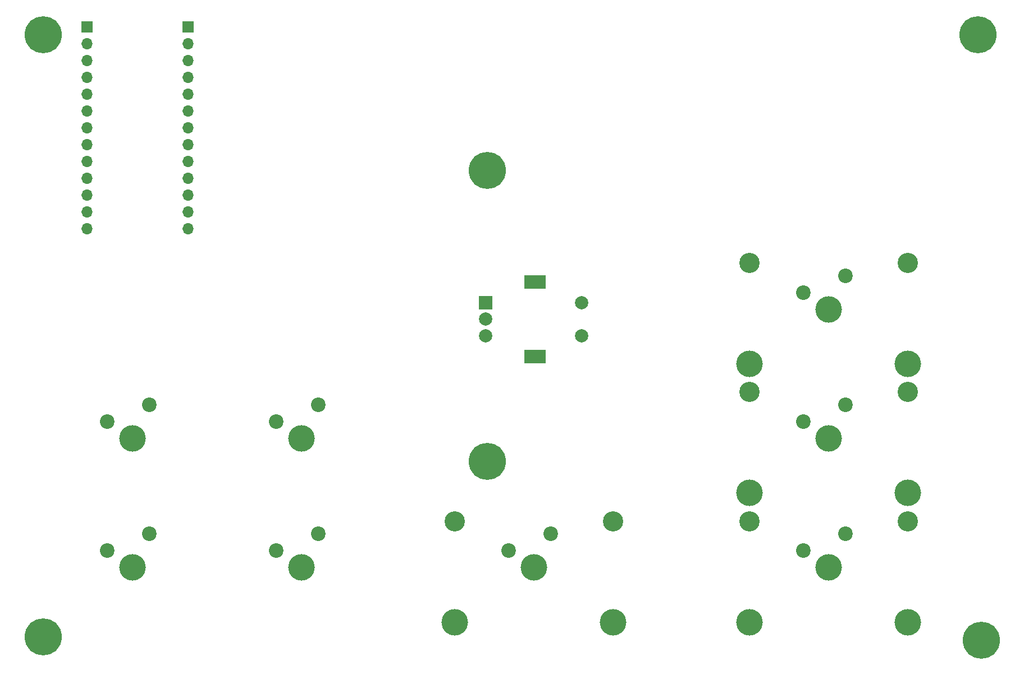
<source format=gbr>
%TF.GenerationSoftware,KiCad,Pcbnew,(6.0.0)*%
%TF.CreationDate,2022-06-05T14:16:53+02:00*%
%TF.ProjectId,Qlab_macro_keyboard,516c6162-5f6d-4616-9372-6f5f6b657962,rev?*%
%TF.SameCoordinates,Original*%
%TF.FileFunction,Soldermask,Bot*%
%TF.FilePolarity,Negative*%
%FSLAX46Y46*%
G04 Gerber Fmt 4.6, Leading zero omitted, Abs format (unit mm)*
G04 Created by KiCad (PCBNEW (6.0.0)) date 2022-06-05 14:16:53*
%MOMM*%
%LPD*%
G01*
G04 APERTURE LIST*
%ADD10C,4.000000*%
%ADD11C,2.200000*%
%ADD12R,2.000000X2.000000*%
%ADD13C,2.000000*%
%ADD14R,3.200000X2.000000*%
%ADD15C,3.050000*%
%ADD16C,5.600000*%
%ADD17R,1.700000X1.700000*%
%ADD18O,1.700000X1.700000*%
G04 APERTURE END LIST*
D10*
%TO.C,SW1*%
X53500000Y-101500000D03*
D11*
X49690000Y-98960000D03*
X56040000Y-96420000D03*
%TD*%
D12*
%TO.C,ENC1*%
X106750000Y-81000000D03*
D13*
X106750000Y-86000000D03*
X106750000Y-83500000D03*
D14*
X114250000Y-89100000D03*
X114250000Y-77900000D03*
D13*
X121250000Y-86000000D03*
X121250000Y-81000000D03*
%TD*%
D10*
%TO.C,SW8*%
X158500000Y-121000000D03*
X146562000Y-129240000D03*
D15*
X170438000Y-114000000D03*
D10*
X170438000Y-129240000D03*
D15*
X146562000Y-114000000D03*
D11*
X154690000Y-118460000D03*
X161040000Y-115920000D03*
%TD*%
D10*
%TO.C,SW4*%
X79000000Y-121000000D03*
D11*
X75190000Y-118460000D03*
X81540000Y-115920000D03*
%TD*%
D10*
%TO.C,SW6*%
X146562000Y-90240000D03*
D15*
X146562000Y-75000000D03*
D10*
X158500000Y-82000000D03*
D15*
X170438000Y-75000000D03*
D10*
X170438000Y-90240000D03*
D11*
X154690000Y-79460000D03*
X161040000Y-76920000D03*
%TD*%
D16*
%TO.C,H4*%
X40000000Y-131500000D03*
%TD*%
%TO.C,H3*%
X181000000Y-40500000D03*
%TD*%
D10*
%TO.C,SW7*%
X158500000Y-101500000D03*
D15*
X170438000Y-94500000D03*
D10*
X170438000Y-109740000D03*
X146562000Y-109740000D03*
D15*
X146562000Y-94500000D03*
D11*
X154690000Y-98960000D03*
X161040000Y-96420000D03*
%TD*%
D16*
%TO.C,H1*%
X40000000Y-40500000D03*
%TD*%
D10*
%TO.C,SW5*%
X125938000Y-129240000D03*
X102062000Y-129240000D03*
D15*
X125938000Y-114000000D03*
D10*
X114000000Y-121000000D03*
D15*
X102062000Y-114000000D03*
D11*
X110190000Y-118460000D03*
X116540000Y-115920000D03*
%TD*%
D16*
%TO.C,H6*%
X181500000Y-132000000D03*
%TD*%
%TO.C,H5*%
X107000000Y-105000000D03*
%TD*%
D17*
%TO.C,J2*%
X61884000Y-39340000D03*
D18*
X61884000Y-41880000D03*
X61884000Y-44420000D03*
X61884000Y-46960000D03*
X61884000Y-49500000D03*
X61884000Y-52040000D03*
X61884000Y-54580000D03*
X61884000Y-57120000D03*
X61884000Y-59660000D03*
X61884000Y-62200000D03*
X61884000Y-64740000D03*
X61884000Y-67280000D03*
X61884000Y-69820000D03*
%TD*%
D10*
%TO.C,SW3*%
X79000000Y-101500000D03*
D11*
X75190000Y-98960000D03*
X81540000Y-96420000D03*
%TD*%
D10*
%TO.C,SW2*%
X53500000Y-121000000D03*
D11*
X49690000Y-118460000D03*
X56040000Y-115920000D03*
%TD*%
D16*
%TO.C,H2*%
X107000000Y-61000000D03*
%TD*%
D17*
%TO.C,J1*%
X46634000Y-39355000D03*
D18*
X46634000Y-41895000D03*
X46634000Y-44435000D03*
X46634000Y-46975000D03*
X46634000Y-49515000D03*
X46634000Y-52055000D03*
X46634000Y-54595000D03*
X46634000Y-57135000D03*
X46634000Y-59675000D03*
X46634000Y-62215000D03*
X46634000Y-64755000D03*
X46634000Y-67295000D03*
X46634000Y-69835000D03*
%TD*%
M02*

</source>
